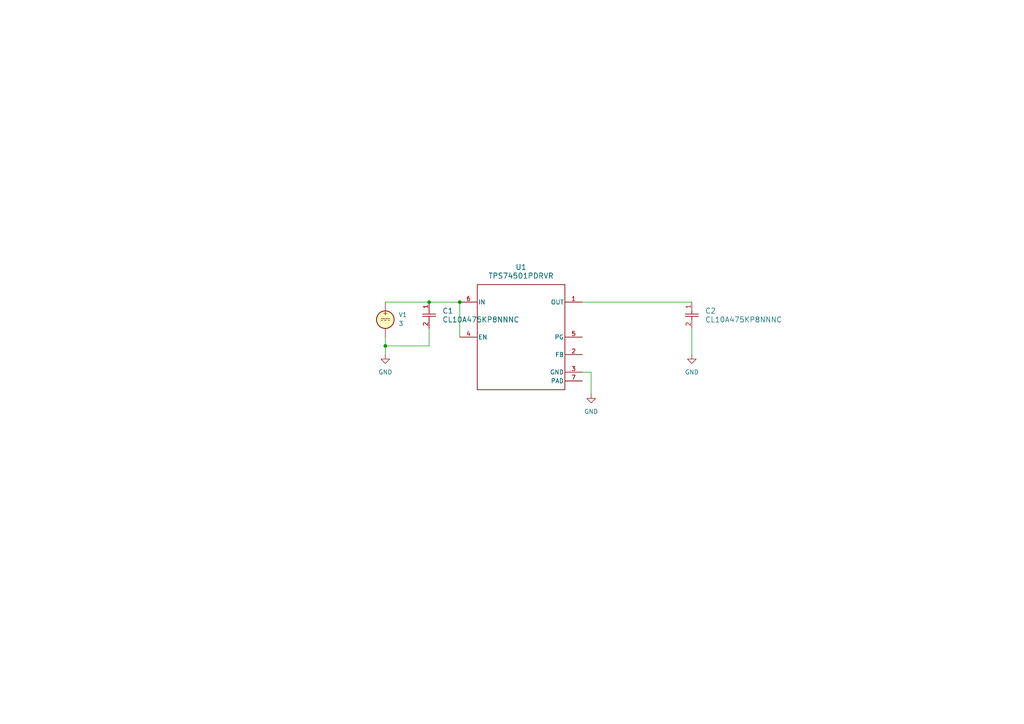
<source format=kicad_sch>
(kicad_sch (version 20231120) (generator "eeschema") (generator_version "8.0")
  (paper "A4")
  (lib_symbols
    (symbol "Cap4.7uF:CL10A475KP8NNNC" (pin_names (offset 0.254))
      (property "Reference" "C" (at 3.81 3.81 0))
      (property "Value" "CL10A475KP8NNNC" (at 3.81 -3.81 0))
      (symbol "CL10A475KP8NNNC_1_1"
        (polyline (pts (xy 2.54 0) (xy 3.4798 0)) (stroke (width 0.2032)))
        (polyline (pts (xy 3.4798 -1.905) (xy 3.4798 1.905)) (stroke (width 0.2032)))
        (polyline (pts (xy 4.1148 -1.905) (xy 4.1148 1.905)) (stroke (width 0.2032)))
        (polyline (pts (xy 4.1148 0) (xy 5.08 0)) (stroke (width 0.2032)))
        (pin unspecified line (at 0 0 0) (length 2.54) (name "") (number "1"))
        (pin unspecified line (at 7.62 0 180) (length 2.54) (name "") (number "2"))
      )
      (symbol "CL10A475KP8NNNC_1_2"
        (polyline (pts (xy -1.905 -4.1148) (xy 1.905 -4.1148)) (stroke (width 0.2032)))
        (polyline (pts (xy -1.905 -3.4798) (xy 1.905 -3.4798)) (stroke (width 0.2032)))
        (polyline (pts (xy 0 -4.1148) (xy 0 -5.08)) (stroke (width 0.2032)))
        (polyline (pts (xy 0 -2.54) (xy 0 -3.4798)) (stroke (width 0.2032)))
        (pin unspecified line (at 0 0 270) (length 2.54) (name "") (number "1"))
        (pin unspecified line (at 0 -7.62 90) (length 2.54) (name "") (number "2"))
      )
    )
    (symbol "LDO:TPS74501PDRVR" (pin_names (offset 0.254))
      (property "Reference" "U" (at 0 2.54 0))
      (property "Value" "TPS74501PDRVR" (at 0 0 0))
      (symbol "TPS74501PDRVR_0_1"
        (polyline (pts (xy -12.7 -15.24) (xy 12.7 -15.24)) (stroke (width 0.2032)))
        (polyline (pts (xy -12.7 15.24) (xy -12.7 -15.24)) (stroke (width 0.2032)))
        (polyline (pts (xy 12.7 -15.24) (xy 12.7 15.24)) (stroke (width 0.2032)))
        (polyline (pts (xy 12.7 15.24) (xy -12.7 15.24)) (stroke (width 0.2032)))
        (pin power_in line (at 17.78 10.16 180) (length 5.08) (name "OUT") (number "1"))
        (pin input line (at 17.78 -5.08 180) (length 5.08) (name "FB") (number "2"))
        (pin power_in line (at 17.78 -10.16 180) (length 5.08) (name "GND") (number "3"))
        (pin input line (at -17.78 0 0) (length 5.08) (name "EN") (number "4"))
        (pin open_collector line (at 17.78 0 180) (length 5.08) (name "PG") (number "5"))
        (pin power_in line (at -17.78 10.16 0) (length 5.08) (name "IN") (number "6"))
        (pin power_in line (at 17.78 -12.7 180) (length 5.08) (name "PAD") (number "7"))
      )
    )
    (symbol "Simulation_SPICE:VDC" (pin_numbers hide) (pin_names (offset 0.0254))
      (property "Reference" "V" (at 2.54 2.54 0))
      (property "Value" "1" (at 2.54 0 0))
      (symbol "VDC_0_0"
        (polyline (pts (xy -1.27 0.254) (xy 1.27 0.254)))
        (polyline (pts (xy -0.762 -0.254) (xy -1.27 -0.254)))
        (polyline (pts (xy 0.254 -0.254) (xy -0.254 -0.254)))
        (polyline (pts (xy 1.27 -0.254) (xy 0.762 -0.254)))
        (text "+" (at 0 1.905 0) (effects (font (size 1.27 1.27))))
      )
      (symbol "VDC_0_1"
        (circle (center 0 0) (radius 2.54) (stroke (width 0.254)) (fill (type background)))
      )
      (symbol "VDC_1_1"
        (pin passive line (at 0 5.08 270) (length 2.54) (name "~") (number "1"))
        (pin passive line (at 0 -5.08 90) (length 2.54) (name "~") (number "2"))
      )
    )
    (symbol "power:GND" (power) (pin_numbers hide) (pin_names (offset 0) hide)
      (property "Value" "GND" (at 0 -3.81 0))
      (symbol "GND_0_1"
        (polyline (pts (xy 0 0) (xy 0 -1.27) (xy 1.27 -1.27) (xy 0 -2.54) (xy -1.27 -1.27) (xy 0 -1.27)))
      )
      (symbol "GND_1_1"
        (pin power_in line (at 0 0 270) (length 0) (name "~") (number "1"))
      )
    )
  )
  (junction (at 111.76 100.33))
  (junction (at 124.46 87.63))
  (junction (at 133.35 87.63))
  (wire (pts (xy 168.91 87.63) (xy 200.66 87.63)))
  (wire (pts (xy 124.46 100.33) (xy 124.46 95.25)))
  (wire (pts (xy 111.76 100.33) (xy 124.46 100.33)))
  (wire (pts (xy 124.46 87.63) (xy 133.35 87.63)))
  (wire (pts (xy 111.76 87.63) (xy 124.46 87.63)))
  (wire (pts (xy 111.76 100.33) (xy 111.76 102.87)))
  (wire (pts (xy 171.45 107.95) (xy 171.45 114.3)))
  (wire (pts (xy 200.66 95.25) (xy 200.66 102.87)))
  (wire (pts (xy 168.91 107.95) (xy 171.45 107.95)))
  (wire (pts (xy 111.76 97.79) (xy 111.76 100.33)))
  (wire (pts (xy 133.35 87.63) (xy 133.35 97.79)))
  (symbol (lib_id "power:GND") (at 111.76 102.87 0) (unit 1)
    (property "Reference" "#PWR01" (effects (hide yes)))
    (property "Value" "GND" (at 111.76 107.95 0))
    (property "Description" "Power symbol creates a global label with name \"GND\" , ground" (effects (hide yes)))
  )
  (symbol (lib_id "Cap4.7uF:CL10A475KP8NNNC") (at 124.46 87.63 270) (unit 1)
    (property "Reference" "C1" (at 128.27 90.1699 90) (effects (font (size 1.524 1.524)) (justify left)))
    (property "Value" "CL10A475KP8NNNC" (at 128.27 92.7099 90) (effects (font (size 1.524 1.524)) (justify left)))
    (property "Footprint" "CAP_0603_CL10A_1P6XP8_SAM" (effects (hide yes)))
    (property "Datasheet" "CL10A475KP8NNNC" (effects (hide yes)))
    (property "Sim.Library" "/home/maxwell/github-repos/sp-24-EE628/6_Test/2_PCB/test_board_1/TestBoardEDA/models/CL10A475KP8NNN_Precise_DC0V_25degC_P.lib" (effects (hide yes)))
    (property "Sim.Name" "CL10A475KP8NNN_Precise_DC0V_25degC" (effects (hide yes)))
    (property "Sim.Device" "SUBCKT" (effects (hide yes)))
    (property "Sim.Pins" "1=1 2=2" (effects (hide yes)))
  )
  (symbol (lib_id "power:GND") (at 200.66 102.87 0) (unit 1)
    (property "Reference" "#PWR02" (effects (hide yes)))
    (property "Value" "GND" (at 200.66 107.95 0))
    (property "Description" "Power symbol creates a global label with name \"GND\" , ground" (effects (hide yes)))
  )
  (symbol (lib_id "power:GND") (at 171.45 114.3 0) (unit 1)
    (property "Reference" "#PWR03" (effects (hide yes)))
    (property "Value" "GND" (at 171.45 119.38 0))
    (property "Description" "Power symbol creates a global label with name \"GND\" , ground" (effects (hide yes)))
  )
  (symbol (lib_id "LDO:TPS74501PDRVR") (at 151.13 97.79 0) (unit 1)
    (property "Reference" "U1" (at 151.13 77.47 0) (effects (font (size 1.524 1.524))))
    (property "Value" "TPS74501PDRVR" (at 151.13 80.01 0) (effects (font (size 1.524 1.524))))
    (property "Footprint" "DRV0006A" (effects (hide yes)))
    (property "Datasheet" "TPS74501PDRVR" (effects (hide yes)))
    (property "Sim.Library" "/home/maxwell/github-repos/sp-24-EE628/6_Test/2_PCB/test_board_1/TestBoardEDA/models/TPS74501P_TRANS.lib" (effects (hide yes)))
    (property "Sim.Name" "TPS74501P_TRANS" (effects (hide yes)))
    (property "Sim.Device" "SUBCKT" (effects (hide yes)))
    (property "Sim.Pins" "1=VOUT 2=FB 3=GND 4=EN 5=PG 6=VIN" (effects (hide yes)))
  )
  (symbol (lib_id "Cap4.7uF:CL10A475KP8NNNC") (at 200.66 87.63 270) (unit 1)
    (property "Reference" "C2" (at 204.47 90.1699 90) (effects (font (size 1.524 1.524)) (justify left)))
    (property "Value" "CL10A475KP8NNNC" (at 204.47 92.7099 90) (effects (font (size 1.524 1.524)) (justify left)))
    (property "Footprint" "CAP_0603_CL10A_1P6XP8_SAM" (effects (hide yes)))
    (property "Datasheet" "CL10A475KP8NNNC" (effects (hide yes)))
    (property "Sim.Library" "/home/maxwell/github-repos/sp-24-EE628/6_Test/2_PCB/test_board_1/TestBoardEDA/models/CL10A475KP8NNN_Precise_DC0V_25degC_P.lib" (effects (hide yes)))
    (property "Sim.Name" "CL10A475KP8NNN_Precise_DC0V_25degC" (effects (hide yes)))
    (property "Sim.Device" "SUBCKT" (effects (hide yes)))
    (property "Sim.Pins" "1=1 2=2" (effects (hide yes)))
  )
  (symbol (lib_id "Simulation_SPICE:VDC") (at 111.76 92.71 0) (unit 1)
    (property "Reference" "V1" (at 115.57 91.3101 0) (effects (justify left)))
    (property "Value" "3" (at 115.57 93.8501 0) (effects (justify left)))
    (property "Datasheet" "https://ngspice.sourceforge.io/docs/ngspice-html-manual/manual.xhtml#sec_Independent_Sources_for" (effects (hide yes)))
    (property "Description" "Voltage source, DC" (effects (hide yes)))
    (property "Sim.Pins" "1=+ 2=-" (effects (hide yes)))
    (property "Sim.Type" "DC" (effects (hide yes)))
    (property "Sim.Device" "V" (effects (hide yes)))
  )
)
</source>
